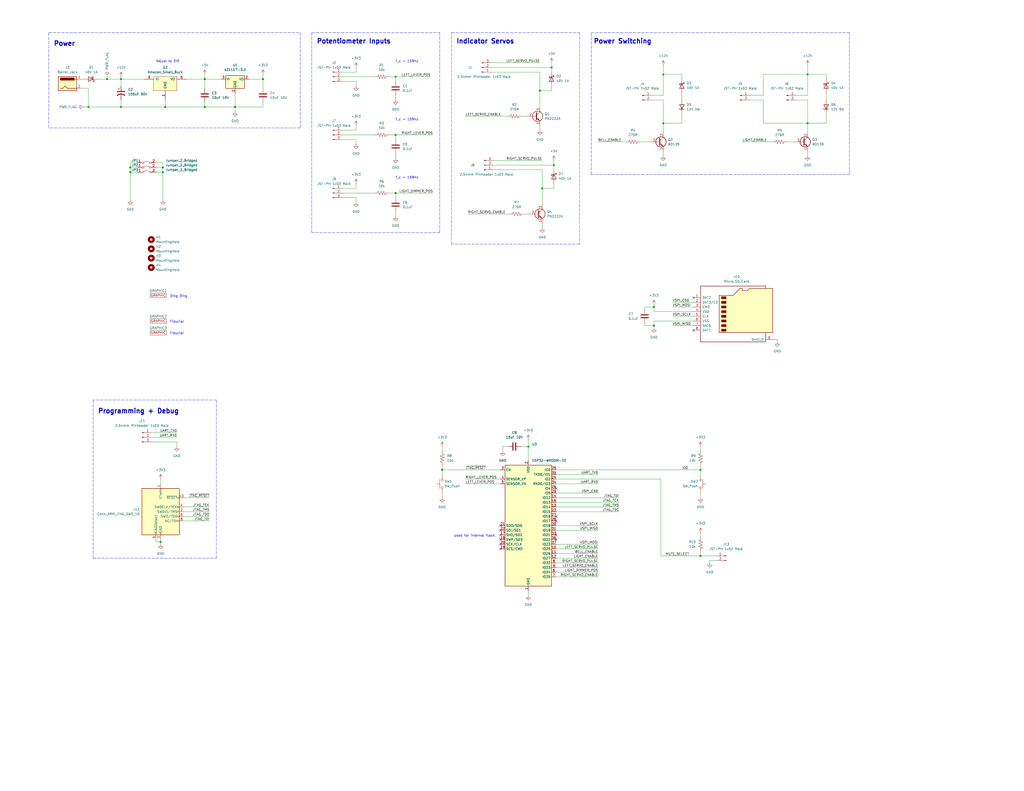
<source format=kicad_sch>
(kicad_sch (version 20211123) (generator eeschema)
  (paper "C")
  (title_block (title "Engine Order Telegraph Main Board") (date "2022-05-24") (rev "A") (company "Pants for Birds") (comment 1 "pantsforbirds.com"))
  (lib_symbols
    (symbol "Connector:Barrel_Jack" (pin_names (offset 1.016))
      (property "Reference" "J" (at 0 5.334 0))
      (property "Value" "Barrel_Jack" (at 0 -5.08 0))
      (symbol "Barrel_Jack_1_1"
        (pin passive line (at 7.62 2.54 180) (length 2.54) (name "~") (number "1"))
        (pin passive line (at 7.62 -2.54 180) (length 2.54) (name "~") (number "2"))
      )
    )
    (symbol "Connector:Conn_01x02_Male" (pin_names (offset 1.016) hide)
      (property "Reference" "J" (at 0 2.54 0))
      (property "Value" "Conn_01x02_Male" (at 0 -5.08 0))
      (symbol "Conn_01x02_Male_1_1"
        (pin passive line (at 5.08 0 180) (length 3.81) (name "Pin_1") (number "1"))
        (pin passive line (at 5.08 -2.54 180) (length 3.81) (name "Pin_2") (number "2"))
      )
    )
    (symbol "Connector:Conn_01x03_Male" (pin_names (offset 1.016) hide)
      (property "Reference" "J" (at 0 5.08 0))
      (property "Value" "Conn_01x03_Male" (at 0 -5.08 0))
      (symbol "Conn_01x03_Male_1_1"
        (pin passive line (at 5.08 2.54 180) (length 3.81) (name "Pin_1") (number "1"))
        (pin passive line (at 5.08 0 180) (length 3.81) (name "Pin_2") (number "2"))
        (pin passive line (at 5.08 -2.54 180) (length 3.81) (name "Pin_3") (number "3"))
      )
    )
    (symbol "Connector:Conn_ARM_JTAG_SWD_10" (pin_names (offset 1.016))
      (property "Reference" "J" (at -2.54 16.51 0))
      (property "Value" "Conn_ARM_JTAG_SWD_10" (at -2.54 13.97 0))
      (symbol "Conn_ARM_JTAG_SWD_10_1_1"
        (pin power_in line (at 0 15.24 270) (length 2.54) (name "VTref") (number "1"))
        (pin open_collector line (at 12.7 7.62 180) (length 2.54) (name "~{RESET}") (number "10"))
        (pin bidirectional line (at 12.7 0 180) (length 2.54) (name "SWDIO/TMS") (number "2"))
        (pin power_in line (at 0 -15.24 90) (length 2.54) (name "GND") (number "3"))
        (pin output line (at 12.7 2.54 180) (length 2.54) (name "SWDCLK/TCK") (number "4"))
        (pin passive line (at 0 -15.24 90) (length 2.54) hide (name "GND") (number "5"))
        (pin input line (at 12.7 -2.54 180) (length 2.54) (name "SWO/TDO") (number "6"))
        (pin no_connect line (at -10.16 0 0) (length 2.54) hide (name "KEY") (number "7"))
        (pin output line (at 12.7 -5.08 180) (length 2.54) (name "NC/TDI") (number "8"))
        (pin passive line (at -2.54 -15.24 90) (length 2.54) (name "GNDDetect") (number "9"))
      )
    )
    (symbol "Connector:Micro_SD_Card" (pin_names (offset 1.016))
      (property "Reference" "J" (at -16.51 15.24 0))
      (property "Value" "Micro_SD_Card" (at 16.51 15.24 0))
      (symbol "Micro_SD_Card_1_1"
        (pin bidirectional line (at -22.86 7.62 0) (length 3.81) (name "DAT2") (number "1"))
        (pin bidirectional line (at -22.86 5.08 0) (length 3.81) (name "DAT3/CD") (number "2"))
        (pin input line (at -22.86 2.54 0) (length 3.81) (name "CMD") (number "3"))
        (pin power_in line (at -22.86 0 0) (length 3.81) (name "VDD") (number "4"))
        (pin input line (at -22.86 -2.54 0) (length 3.81) (name "CLK") (number "5"))
        (pin power_in line (at -22.86 -5.08 0) (length 3.81) (name "VSS") (number "6"))
        (pin bidirectional line (at -22.86 -7.62 0) (length 3.81) (name "DAT0") (number "7"))
        (pin bidirectional line (at -22.86 -10.16 0) (length 3.81) (name "DAT1") (number "8"))
        (pin passive line (at 20.32 -15.24 180) (length 3.81) (name "SHIELD") (number "9"))
      )
    )
    (symbol "Custom_Module:Amazon_Small_Buck" (pin_names (offset 1.016))
      (property "Reference" "U2" (at 0 7.62 0))
      (property "Value" "Amazon_Small_Buck" (at 0 5.08 0))
      (symbol "Amazon_Small_Buck_1_1"
        (pin power_in line (at 0 -10.16 90) (length 5.08) (name "GND") (number "1"))
        (pin passive line (at 0 -10.16 90) (length 5.08) hide (name "GND") (number "2"))
        (pin power_in line (at -11.43 1.27 0) (length 5.08) (name "VI") (number "3"))
        (pin power_in line (at -11.43 1.27 0) (length 5.08) hide (name "VI") (number "4"))
        (pin power_out line (at 11.43 1.27 180) (length 5.08) (name "VO") (number "5"))
        (pin passive line (at 11.43 1.27 180) (length 5.08) hide (name "VO") (number "6"))
        (pin passive line (at 0 -10.16 90) (length 5.08) hide (name "GND") (number "7"))
        (pin passive line (at 0 -10.16 90) (length 5.08) hide (name "GND") (number "8"))
      )
    )
    (symbol "Custom_Placeholder:Graphic" (pin_numbers hide) (pin_names (offset 0) hide)
      (property "Reference" "GRAPHIC" (at 0 2.54 0))
      (symbol "Graphic_0_0"
        (text "GRAPHIC" (at 0 0 0) (effects (font (size 1.27 1.27))))
      )
    )
    (symbol "Device:C" (pin_numbers hide) (pin_names (offset 0.254))
      (property "Reference" "C" (at 0.635 2.54 0))
      (property "Value" "C" (at 0.635 -2.54 0))
      (symbol "C_1_1"
        (pin passive line (at 0 3.81 270) (length 2.794) (name "~") (number "1"))
        (pin passive line (at 0 -3.81 90) (length 2.794) (name "~") (number "2"))
      )
    )
    (symbol "Device:C_Polarized_US" (pin_numbers hide) (pin_names (offset 0.254) hide)
      (property "Reference" "C" (at 0.635 2.54 0))
      (property "Value" "C_Polarized_US" (at 0.635 -2.54 0))
      (symbol "C_Polarized_US_1_1"
        (pin passive line (at 0 3.81 270) (length 2.794) (name "~") (number "1"))
        (pin passive line (at 0 -3.81 90) (length 3.302) (name "~") (number "2"))
      )
    )
    (symbol "Device:D_Schottky" (pin_numbers hide) (pin_names (offset 1.016) hide)
      (property "Reference" "D" (at 0 2.54 0))
      (property "Value" "D_Schottky" (at 0 -2.54 0))
      (symbol "D_Schottky_1_1"
        (pin passive line (at -3.81 0 0) (length 2.54) (name "K") (number "1"))
        (pin passive line (at 3.81 0 180) (length 2.54) (name "A") (number "2"))
      )
    )
    (symbol "Device:D_Zener" (pin_numbers hide) (pin_names (offset 1.016) hide)
      (property "Reference" "D" (at 0 2.54 0))
      (property "Value" "D_Zener" (at 0 -2.54 0))
      (symbol "D_Zener_1_1"
        (pin passive line (at -3.81 0 0) (length 2.54) (name "K") (number "1"))
        (pin passive line (at 3.81 0 180) (length 2.54) (name "A") (number "2"))
      )
    )
    (symbol "Device:R_US" (pin_numbers hide) (pin_names (offset 0))
      (property "Reference" "R" (at 2.54 0 90))
      (property "Value" "R_US" (at -2.54 0 90))
      (symbol "R_US_1_1"
        (pin passive line (at 0 3.81 270) (length 1.27) (name "~") (number "1"))
        (pin passive line (at 0 -3.81 90) (length 1.27) (name "~") (number "2"))
      )
    )
    (symbol "Jumper:Jumper_2_Bridged" (pin_names (offset 0) hide)
      (property "Reference" "JP" (at 0 1.905 0))
      (property "Value" "Jumper_2_Bridged" (at 0 -2.54 0))
      (symbol "Jumper_2_Bridged_1_1"
        (pin passive line (at -5.08 0 0) (length 2.54) (name "A") (number "1"))
        (pin passive line (at 5.08 0 180) (length 2.54) (name "B") (number "2"))
      )
    )
    (symbol "Mechanical:MountingHole" (pin_names (offset 1.016))
      (property "Reference" "H" (at 0 5.08 0))
      (property "Value" "MountingHole" (at 0 3.175 0))
    )
    (symbol "RF_Module:ESP32-WROOM-32"
      (property "Reference" "U" (at -12.7 34.29 0))
      (property "Value" "ESP32-WROOM-32" (at 1.27 34.29 0))
      (symbol "ESP32-WROOM-32_1_1"
        (pin power_in line (at 0 -35.56 90) (length 2.54) (name "GND") (number "1"))
        (pin bidirectional line (at 15.24 -12.7 180) (length 2.54) (name "IO25") (number "10"))
        (pin bidirectional line (at 15.24 -15.24 180) (length 2.54) (name "IO26") (number "11"))
        (pin bidirectional line (at 15.24 -17.78 180) (length 2.54) (name "IO27") (number "12"))
        (pin bidirectional line (at 15.24 10.16 180) (length 2.54) (name "IO14") (number "13"))
        (pin bidirectional line (at 15.24 15.24 180) (length 2.54) (name "IO12") (number "14"))
        (pin passive line (at 0 -35.56 90) (length 2.54) hide (name "GND") (number "15"))
        (pin bidirectional line (at 15.24 12.7 180) (length 2.54) (name "IO13") (number "16"))
        (pin bidirectional line (at -15.24 -5.08 0) (length 2.54) (name "SHD/SD2") (number "17"))
        (pin bidirectional line (at -15.24 -7.62 0) (length 2.54) (name "SWP/SD3") (number "18"))
        (pin bidirectional line (at -15.24 -12.7 0) (length 2.54) (name "SCS/CMD") (number "19"))
        (pin power_in line (at 0 35.56 270) (length 2.54) (name "VDD") (number "2"))
        (pin bidirectional line (at -15.24 -10.16 0) (length 2.54) (name "SCK/CLK") (number "20"))
        (pin bidirectional line (at -15.24 0 0) (length 2.54) (name "SDO/SD0") (number "21"))
        (pin bidirectional line (at -15.24 -2.54 0) (length 2.54) (name "SDI/SD1") (number "22"))
        (pin bidirectional line (at 15.24 7.62 180) (length 2.54) (name "IO15") (number "23"))
        (pin bidirectional line (at 15.24 25.4 180) (length 2.54) (name "IO2") (number "24"))
        (pin bidirectional line (at 15.24 30.48 180) (length 2.54) (name "IO0") (number "25"))
        (pin bidirectional line (at 15.24 20.32 180) (length 2.54) (name "IO4") (number "26"))
        (pin bidirectional line (at 15.24 5.08 180) (length 2.54) (name "IO16") (number "27"))
        (pin bidirectional line (at 15.24 2.54 180) (length 2.54) (name "IO17") (number "28"))
        (pin bidirectional line (at 15.24 17.78 180) (length 2.54) (name "IO5") (number "29"))
        (pin input line (at -15.24 30.48 0) (length 2.54) (name "EN") (number "3"))
        (pin bidirectional line (at 15.24 0 180) (length 2.54) (name "IO18") (number "30"))
        (pin bidirectional line (at 15.24 -2.54 180) (length 2.54) (name "IO19") (number "31"))
        (pin no_connect line (at -12.7 -27.94 0) (length 2.54) hide (name "NC") (number "32"))
        (pin bidirectional line (at 15.24 -5.08 180) (length 2.54) (name "IO21") (number "33"))
        (pin bidirectional line (at 15.24 22.86 180) (length 2.54) (name "RXD0/IO3") (number "34"))
        (pin bidirectional line (at 15.24 27.94 180) (length 2.54) (name "TXD0/IO1") (number "35"))
        (pin bidirectional line (at 15.24 -7.62 180) (length 2.54) (name "IO22") (number "36"))
        (pin bidirectional line (at 15.24 -10.16 180) (length 2.54) (name "IO23") (number "37"))
        (pin passive line (at 0 -35.56 90) (length 2.54) hide (name "GND") (number "38"))
        (pin passive line (at 0 -35.56 90) (length 2.54) hide (name "GND") (number "39"))
        (pin input line (at -15.24 25.4 0) (length 2.54) (name "SENSOR_VP") (number "4"))
        (pin input line (at -15.24 22.86 0) (length 2.54) (name "SENSOR_VN") (number "5"))
        (pin input line (at 15.24 -25.4 180) (length 2.54) (name "IO34") (number "6"))
        (pin input line (at 15.24 -27.94 180) (length 2.54) (name "IO35") (number "7"))
        (pin bidirectional line (at 15.24 -20.32 180) (length 2.54) (name "IO32") (number "8"))
        (pin bidirectional line (at 15.24 -22.86 180) (length 2.54) (name "IO33") (number "9"))
      )
    )
    (symbol "Regulator_Linear:AZ1117-3.3" (pin_names (offset 0.254))
      (property "Reference" "U" (at -3.81 3.175 0))
      (property "Value" "AZ1117-3.3" (at 0 3.175 0))
      (symbol "AZ1117-3.3_1_1"
        (pin power_in line (at 0 -7.62 90) (length 2.54) (name "GND") (number "1"))
        (pin power_out line (at 7.62 0 180) (length 2.54) (name "VO") (number "2"))
        (pin power_in line (at -7.62 0 0) (length 2.54) (name "VI") (number "3"))
      )
    )
    (symbol "Switch:SW_Push" (pin_numbers hide) (pin_names (offset 1.016) hide)
      (property "Reference" "SW" (at 1.27 2.54 0))
      (property "Value" "SW_Push" (at 0 -1.524 0))
      (symbol "SW_Push_0_1"
        (pin passive line (at -5.08 0 0) (length 2.54) (name "1") (number "1"))
        (pin passive line (at 5.08 0 180) (length 2.54) (name "2") (number "2"))
      )
    )
    (symbol "Transistor_BJT:BD139" (pin_names (offset 0) hide)
      (property "Reference" "Q" (at 5.08 1.905 0))
      (property "Value" "BD139" (at 5.08 0 0))
      (symbol "BD139_1_1"
        (pin passive line (at 2.54 -5.08 90) (length 2.54) (name "E") (number "1"))
        (pin passive line (at 2.54 5.08 270) (length 2.54) (name "C") (number "2"))
        (pin input line (at -5.08 0 0) (length 5.08) (name "B") (number "3"))
      )
    )
    (symbol "Transistor_BJT:PN2222A" (pin_names (offset 0) hide)
      (property "Reference" "Q" (at 5.08 1.905 0))
      (property "Value" "PN2222A" (at 5.08 0 0))
      (symbol "PN2222A_1_1"
        (pin passive line (at 2.54 -5.08 90) (length 2.54) (name "E") (number "1"))
        (pin input line (at -5.08 0 0) (length 5.08) (name "B") (number "2"))
        (pin passive line (at 2.54 5.08 270) (length 2.54) (name "C") (number "3"))
      )
    )
    (symbol "power:+12V" (power) (pin_names (offset 0))
      (property "Value" "+12V" (at 0 3.556 0))
      (symbol "+12V_1_1"
        (pin power_in line (at 0 0 90) (length 0) hide (name "+12V") (number "1"))
      )
    )
    (symbol "power:+3V3" (power) (pin_names (offset 0))
      (property "Value" "+3V3" (at 0 3.556 0))
      (symbol "+3V3_1_1"
        (pin power_in line (at 0 0 90) (length 0) hide (name "+3V3") (number "1"))
      )
    )
    (symbol "power:+5V" (power) (pin_names (offset 0))
      (property "Value" "+5V" (at 0 3.556 0))
      (symbol "+5V_1_1"
        (pin power_in line (at 0 0 90) (length 0) hide (name "+5V") (number "1"))
      )
    )
    (symbol "power:GND" (power) (pin_names (offset 0))
      (property "Value" "GND" (at 0 -3.81 0))
      (symbol "GND_1_1"
        (pin power_in line (at 0 0 270) (length 0) hide (name "GND") (number "1"))
      )
    )
    (symbol "power:PWR_FLAG" (power) (pin_numbers hide) (pin_names (offset 0) hide)
      (property "Value" "PWR_FLAG" (at 0 3.81 0))
      (symbol "PWR_FLAG_0_0"
        (pin power_out line (at 0 0 90) (length 0) (name "pwr") (number "1"))
      )
    )
  )
  (junction (at 71.12 93.98))
  (junction (at 215.9 41.91))
  (junction (at 382.27 256.54))
  (junction (at 300.99 36.83))
  (junction (at 88.9 93.98))
  (junction (at 128.27 58.42))
  (junction (at 71.12 91.44))
  (junction (at 361.95 67.31))
  (junction (at 361.95 40.64))
  (junction (at 295.91 102.87))
  (junction (at 87.63 295.91))
  (junction (at 356.87 167.64))
  (junction (at 90.17 58.42))
  (junction (at 215.9 73.66))
  (junction (at 356.87 177.8))
  (junction (at 302.26 90.17))
  (junction (at 143.51 43.18))
  (junction (at 215.9 105.41))
  (junction (at 88.9 91.44))
  (junction (at 48.26 58.42))
  (junction (at 294.64 49.53))
  (junction (at 440.69 67.31))
  (junction (at 66.04 43.18))
  (junction (at 58.42 43.18))
  (junction (at 111.76 58.42))
  (junction (at 382.27 303.53))
  (junction (at 111.76 43.18))
  (junction (at 440.69 40.64))
  (junction (at 66.04 58.42))
  (junction (at 241.3 256.54))
  (junction (at 288.29 243.84))
  (no_connect (at 303.53 281.94))
  (no_connect (at 273.05 287.02))
  (no_connect (at 303.53 292.1))
  (no_connect (at 273.05 294.64))
  (no_connect (at 273.05 289.56))
  (no_connect (at 273.05 292.1))
  (no_connect (at 273.05 299.72))
  (no_connect (at 303.53 266.7))
  (no_connect (at 273.05 297.18))
  (no_connect (at 303.53 284.48))
  (no_connect (at 303.53 294.64))
  (no_connect (at 378.46 162.56))
  (no_connect (at 378.46 180.34))
  (wire (pts (xy 44.45 43.18) (xy 45.72 43.18)))
  (wire (pts (xy 450.85 40.64) (xy 450.85 43.18)))
  (wire (pts (xy 360.68 303.53) (xy 382.27 303.53)))
  (wire (pts (xy 96.52 241.3) (xy 82.55 241.3)))
  (wire (pts (xy 303.53 302.26) (xy 326.39 302.26)))
  (wire (pts (xy 212.09 73.66) (xy 215.9 73.66)))
  (wire (pts (xy 303.53 307.34) (xy 326.39 307.34)))
  (wire (pts (xy 440.69 67.31) (xy 440.69 72.39)))
  (wire (pts (xy 303.53 289.56) (xy 326.39 289.56)))
  (wire (pts (xy 356.87 170.18) (xy 378.46 170.18)))
  (polyline (pts (xy 50.8 218.44) (xy 50.8 304.8)))
  (wire (pts (xy 303.53 297.18) (xy 326.39 297.18)))
  (wire (pts (xy 303.53 309.88) (xy 326.39 309.88)))
  (wire (pts (xy 120.65 43.18) (xy 111.76 43.18)))
  (wire (pts (xy 361.95 40.64) (xy 361.95 52.07)))
  (wire (pts (xy 387.35 306.07) (xy 391.16 306.07)))
  (wire (pts (xy 367.03 165.1) (xy 378.46 165.1)))
  (wire (pts (xy 194.31 110.49) (xy 194.31 107.95)))
  (wire (pts (xy 303.53 299.72) (xy 326.39 299.72)))
  (wire (pts (xy 66.04 43.18) (xy 78.74 43.18)))
  (wire (pts (xy 288.29 240.03) (xy 288.29 243.84)))
  (wire (pts (xy 215.9 115.57) (xy 215.9 118.11)))
  (wire (pts (xy 111.76 40.64) (xy 111.76 43.18)))
  (wire (pts (xy 440.69 35.56) (xy 440.69 40.64)))
  (wire (pts (xy 351.79 177.8) (xy 356.87 177.8)))
  (wire (pts (xy 71.12 93.98) (xy 74.93 93.98)))
  (wire (pts (xy 274.32 243.84) (xy 276.86 243.84)))
  (wire (pts (xy 82.55 236.22) (xy 96.52 236.22)))
  (wire (pts (xy 303.53 312.42) (xy 326.39 312.42)))
  (wire (pts (xy 215.9 105.41) (xy 215.9 107.95)))
  (wire (pts (xy 300.99 39.37) (xy 300.99 36.83)))
  (polyline (pts (xy 240.03 17.78) (xy 240.03 127)))
  (wire (pts (xy 111.76 58.42) (xy 128.27 58.42)))
  (wire (pts (xy 382.27 243.84) (xy 382.27 246.38)))
  (wire (pts (xy 382.27 290.83) (xy 382.27 293.37)))
  (wire (pts (xy 186.69 73.66) (xy 204.47 73.66)))
  (wire (pts (xy 100.33 276.86) (xy 114.3 276.86)))
  (wire (pts (xy 450.85 67.31) (xy 440.69 67.31)))
  (wire (pts (xy 361.95 35.56) (xy 361.95 40.64)))
  (wire (pts (xy 356.87 167.64) (xy 356.87 170.18)))
  (wire (pts (xy 194.31 76.2) (xy 186.69 76.2)))
  (wire (pts (xy 194.31 71.12) (xy 186.69 71.12)))
  (wire (pts (xy 284.48 63.5) (xy 287.02 63.5)))
  (wire (pts (xy 143.51 58.42) (xy 128.27 58.42)))
  (wire (pts (xy 143.51 43.18) (xy 143.51 48.26)))
  (wire (pts (xy 66.04 58.42) (xy 90.17 58.42)))
  (wire (pts (xy 143.51 40.64) (xy 143.51 43.18)))
  (wire (pts (xy 212.09 105.41) (xy 215.9 105.41)))
  (wire (pts (xy 302.26 100.33) (xy 302.26 102.87)))
  (wire (pts (xy 351.79 168.91) (xy 351.79 167.64)))
  (polyline (pts (xy 246.38 17.78) (xy 316.23 17.78)))
  (wire (pts (xy 372.11 62.23) (xy 372.11 67.31)))
  (wire (pts (xy 349.25 77.47) (xy 354.33 77.47)))
  (polyline (pts (xy 322.58 17.78) (xy 463.55 17.78)))
  (wire (pts (xy 382.27 303.53) (xy 391.16 303.53)))
  (wire (pts (xy 361.95 52.07) (xy 355.6 52.07)))
  (wire (pts (xy 372.11 50.8) (xy 372.11 54.61)))
  (polyline (pts (xy 322.58 95.25) (xy 322.58 17.78)))
  (polyline (pts (xy 316.23 133.35) (xy 246.38 133.35)))
  (wire (pts (xy 85.09 93.98) (xy 88.9 93.98)))
  (wire (pts (xy 48.26 48.26) (xy 48.26 58.42)))
  (wire (pts (xy 360.68 261.62) (xy 360.68 303.53)))
  (wire (pts (xy 194.31 102.87) (xy 186.69 102.87)))
  (wire (pts (xy 274.32 246.38) (xy 274.32 243.84)))
  (wire (pts (xy 88.9 88.9) (xy 85.09 88.9)))
  (wire (pts (xy 241.3 256.54) (xy 273.05 256.54)))
  (wire (pts (xy 87.63 294.64) (xy 87.63 295.91)))
  (wire (pts (xy 285.75 116.84) (xy 288.29 116.84)))
  (wire (pts (xy 295.91 92.71) (xy 295.91 102.87)))
  (polyline (pts (xy 118.11 218.44) (xy 50.8 218.44)))
  (wire (pts (xy 382.27 303.53) (xy 382.27 300.99)))
  (wire (pts (xy 288.29 243.84) (xy 288.29 251.46)))
  (polyline (pts (xy 246.38 133.35) (xy 246.38 17.78)))
  (wire (pts (xy 303.53 256.54) (xy 382.27 256.54)))
  (wire (pts (xy 87.63 295.91) (xy 87.63 297.18)))
  (wire (pts (xy 356.87 177.8) (xy 356.87 175.26)))
  (wire (pts (xy 300.99 34.29) (xy 300.99 36.83)))
  (wire (pts (xy 284.48 243.84) (xy 288.29 243.84)))
  (wire (pts (xy 186.69 41.91) (xy 204.47 41.91)))
  (wire (pts (xy 135.89 43.18) (xy 143.51 43.18)))
  (wire (pts (xy 254 63.5) (xy 276.86 63.5)))
  (wire (pts (xy 405.13 77.47) (xy 421.64 77.47)))
  (wire (pts (xy 288.29 322.58) (xy 288.29 325.12)))
  (wire (pts (xy 351.79 176.53) (xy 351.79 177.8)))
  (wire (pts (xy 303.53 264.16) (xy 326.39 264.16)))
  (wire (pts (xy 382.27 254) (xy 382.27 256.54)))
  (wire (pts (xy 85.09 295.91) (xy 87.63 295.91)))
  (wire (pts (xy 82.55 238.76) (xy 96.52 238.76)))
  (polyline (pts (xy 163.83 69.85) (xy 26.67 69.85)))
  (wire (pts (xy 269.24 92.71) (xy 295.91 92.71)))
  (wire (pts (xy 440.69 54.61) (xy 440.69 67.31)))
  (wire (pts (xy 294.64 68.58) (xy 294.64 71.12)))
  (wire (pts (xy 408.94 54.61) (xy 416.56 54.61)))
  (wire (pts (xy 303.53 276.86) (xy 337.82 276.86)))
  (wire (pts (xy 45.72 58.42) (xy 48.26 58.42)))
  (wire (pts (xy 215.9 73.66) (xy 236.22 73.66)))
  (wire (pts (xy 66.04 43.18) (xy 66.04 46.99)))
  (wire (pts (xy 194.31 39.37) (xy 186.69 39.37)))
  (wire (pts (xy 215.9 41.91) (xy 234.95 41.91)))
  (polyline (pts (xy 26.67 69.85) (xy 26.67 17.78)))
  (wire (pts (xy 194.31 107.95) (xy 186.69 107.95)))
  (wire (pts (xy 367.03 172.72) (xy 378.46 172.72)))
  (wire (pts (xy 382.27 269.24) (xy 382.27 271.78)))
  (polyline (pts (xy 463.55 95.25) (xy 322.58 95.25)))
  (wire (pts (xy 294.64 49.53) (xy 294.64 58.42)))
  (wire (pts (xy 450.85 50.8) (xy 450.85 54.61)))
  (wire (pts (xy 372.11 40.64) (xy 372.11 43.18)))
  (wire (pts (xy 361.95 40.64) (xy 372.11 40.64)))
  (wire (pts (xy 367.03 167.64) (xy 378.46 167.64)))
  (wire (pts (xy 241.3 243.84) (xy 241.3 246.38)))
  (wire (pts (xy 58.42 41.91) (xy 58.42 43.18)))
  (wire (pts (xy 241.3 256.54) (xy 241.3 254)))
  (polyline (pts (xy 463.55 17.78) (xy 463.55 95.25)))
  (wire (pts (xy 356.87 175.26) (xy 378.46 175.26)))
  (wire (pts (xy 241.3 269.24) (xy 241.3 271.78)))
  (polyline (pts (xy 316.23 17.78) (xy 316.23 133.35)))
  (wire (pts (xy 88.9 91.44) (xy 88.9 93.98)))
  (polyline (pts (xy 26.67 17.78) (xy 163.83 17.78)))
  (wire (pts (xy 303.53 304.8) (xy 326.39 304.8)))
  (wire (pts (xy 440.69 82.55) (xy 440.69 85.09)))
  (wire (pts (xy 326.39 77.47) (xy 341.63 77.47)))
  (wire (pts (xy 356.87 179.07) (xy 356.87 177.8)))
  (wire (pts (xy 71.12 109.22) (xy 71.12 93.98)))
  (wire (pts (xy 111.76 55.88) (xy 111.76 58.42)))
  (wire (pts (xy 66.04 41.91) (xy 66.04 43.18)))
  (wire (pts (xy 303.53 261.62) (xy 360.68 261.62)))
  (wire (pts (xy 303.53 271.78) (xy 337.82 271.78)))
  (wire (pts (xy 361.95 54.61) (xy 361.95 67.31)))
  (wire (pts (xy 71.12 88.9) (xy 74.93 88.9)))
  (wire (pts (xy 66.04 54.61) (xy 66.04 58.42)))
  (wire (pts (xy 269.24 87.63) (xy 295.91 87.63)))
  (wire (pts (xy 186.69 105.41) (xy 204.47 105.41)))
  (wire (pts (xy 303.53 287.02) (xy 326.39 287.02)))
  (wire (pts (xy 100.33 281.94) (xy 114.3 281.94)))
  (wire (pts (xy 194.31 46.99) (xy 194.31 44.45)))
  (wire (pts (xy 194.31 44.45) (xy 186.69 44.45)))
  (wire (pts (xy 361.95 67.31) (xy 361.95 72.39)))
  (wire (pts (xy 416.56 40.64) (xy 416.56 52.07)))
  (wire (pts (xy 71.12 93.98) (xy 71.12 91.44)))
  (wire (pts (xy 215.9 83.82) (xy 215.9 86.36)))
  (wire (pts (xy 90.17 54.61) (xy 90.17 58.42)))
  (wire (pts (xy 48.26 58.42) (xy 66.04 58.42)))
  (wire (pts (xy 303.53 259.08) (xy 326.39 259.08)))
  (polyline (pts (xy 50.8 304.8) (xy 118.11 304.8)))
  (wire (pts (xy 241.3 256.54) (xy 241.3 259.08)))
  (wire (pts (xy 302.26 92.71) (xy 302.26 90.17)))
  (wire (pts (xy 194.31 68.58) (xy 194.31 71.12)))
  (wire (pts (xy 88.9 88.9) (xy 88.9 91.44)))
  (wire (pts (xy 44.45 48.26) (xy 48.26 48.26)))
  (wire (pts (xy 424.18 186.69) (xy 424.18 185.42)))
  (wire (pts (xy 424.18 185.42) (xy 421.64 185.42)))
  (wire (pts (xy 440.69 40.64) (xy 440.69 52.07)))
  (wire (pts (xy 361.95 82.55) (xy 361.95 85.09)))
  (wire (pts (xy 215.9 41.91) (xy 215.9 44.45)))
  (wire (pts (xy 96.52 243.84) (xy 96.52 241.3)))
  (wire (pts (xy 302.26 87.63) (xy 302.26 90.17)))
  (wire (pts (xy 303.53 269.24) (xy 326.39 269.24)))
  (wire (pts (xy 294.64 49.53) (xy 300.99 49.53)))
  (wire (pts (xy 85.09 91.44) (xy 88.9 91.44)))
  (wire (pts (xy 254 261.62) (xy 273.05 261.62)))
  (wire (pts (xy 440.69 52.07) (xy 434.34 52.07)))
  (wire (pts (xy 215.9 52.07) (xy 215.9 54.61)))
  (polyline (pts (xy 240.03 127) (xy 170.18 127)))
  (wire (pts (xy 212.09 41.91) (xy 215.9 41.91)))
  (wire (pts (xy 111.76 43.18) (xy 111.76 48.26)))
  (wire (pts (xy 267.97 39.37) (xy 294.64 39.37)))
  (wire (pts (xy 215.9 73.66) (xy 215.9 76.2)))
  (wire (pts (xy 450.85 62.23) (xy 450.85 67.31)))
  (wire (pts (xy 429.26 77.47) (xy 433.07 77.47)))
  (wire (pts (xy 100.33 271.78) (xy 114.3 271.78)))
  (wire (pts (xy 269.24 90.17) (xy 302.26 90.17)))
  (wire (pts (xy 356.87 166.37) (xy 356.87 167.64)))
  (wire (pts (xy 434.34 54.61) (xy 440.69 54.61)))
  (wire (pts (xy 303.53 279.4) (xy 337.82 279.4)))
  (wire (pts (xy 128.27 58.42) (xy 128.27 60.96)))
  (wire (pts (xy 58.42 43.18) (xy 66.04 43.18)))
  (wire (pts (xy 71.12 91.44) (xy 74.93 91.44)))
  (wire (pts (xy 295.91 102.87) (xy 302.26 102.87)))
  (wire (pts (xy 255.27 116.84) (xy 278.13 116.84)))
  (wire (pts (xy 295.91 121.92) (xy 295.91 124.46)))
  (wire (pts (xy 267.97 36.83) (xy 300.99 36.83)))
  (wire (pts (xy 372.11 67.31) (xy 361.95 67.31)))
  (wire (pts (xy 367.03 177.8) (xy 378.46 177.8)))
  (wire (pts (xy 416.56 54.61) (xy 416.56 67.31)))
  (polyline (pts (xy 170.18 127) (xy 170.18 17.78)))
  (wire (pts (xy 128.27 58.42) (xy 128.27 50.8)))
  (wire (pts (xy 215.9 105.41) (xy 236.22 105.41)))
  (wire (pts (xy 88.9 93.98) (xy 88.9 109.22)))
  (polyline (pts (xy 170.18 17.78) (xy 240.03 17.78)))
  (wire (pts (xy 416.56 67.31) (xy 440.69 67.31)))
  (wire (pts (xy 100.33 284.48) (xy 114.3 284.48)))
  (polyline (pts (xy 163.83 17.78) (xy 163.83 69.85)))
  (wire (pts (xy 143.51 55.88) (xy 143.51 58.42)))
  (wire (pts (xy 303.53 274.32) (xy 337.82 274.32)))
  (wire (pts (xy 416.56 52.07) (xy 408.94 52.07)))
  (wire (pts (xy 87.63 261.62) (xy 87.63 264.16)))
  (wire (pts (xy 267.97 34.29) (xy 294.64 34.29)))
  (wire (pts (xy 90.17 58.42) (xy 111.76 58.42)))
  (wire (pts (xy 355.6 54.61) (xy 361.95 54.61)))
  (wire (pts (xy 294.64 39.37) (xy 294.64 49.53)))
  (wire (pts (xy 71.12 91.44) (xy 71.12 88.9)))
  (wire (pts (xy 300.99 46.99) (xy 300.99 49.53)))
  (wire (pts (xy 101.6 43.18) (xy 111.76 43.18)))
  (wire (pts (xy 303.53 314.96) (xy 326.39 314.96)))
  (wire (pts (xy 194.31 100.33) (xy 194.31 102.87)))
  (polyline (pts (xy 118.11 304.8) (xy 118.11 218.44)))
  (wire (pts (xy 440.69 40.64) (xy 416.56 40.64)))
  (wire (pts (xy 387.35 307.34) (xy 387.35 306.07)))
  (wire (pts (xy 194.31 36.83) (xy 194.31 39.37)))
  (wire (pts (xy 382.27 256.54) (xy 382.27 259.08)))
  (wire (pts (xy 254 264.16) (xy 273.05 264.16)))
  (wire (pts (xy 351.79 167.64) (xy 356.87 167.64)))
  (wire (pts (xy 100.33 279.4) (xy 114.3 279.4)))
  (wire (pts (xy 194.31 78.74) (xy 194.31 76.2)))
  (wire (pts (xy 295.91 102.87) (xy 295.91 111.76)))
  (wire (pts (xy 85.09 294.64) (xy 85.09 295.91)))
  (wire (pts (xy 53.34 43.18) (xy 58.42 43.18)))
  (wire (pts (xy 440.69 40.64) (xy 450.85 40.64)))
  (text "Used for internal flash." (at 247.65 293.37 0) (effects (font (size 1.27 1.27)) (justify left bottom)))
  (text "f_c = 159Hz" (at 215.9 34.29 0) (effects (font (size 1.27 1.27)) (justify left bottom)))
  (text "Fiducial" (at 92.6961 176.4998 0) (effects (font (size 1.27 1.27)) (justify left bottom)))
  (text "Power Switching" (at 323.85 24.13 0) (effects (font (size 2.54 2.54) bold) (justify left bottom)))
  (text "Fiducial" (at 92.6961 182.8498 0) (effects (font (size 1.27 1.27)) (justify left bottom)))
  (text "Ding Ding" (at 92.71 162.56 0) (effects (font (size 1.27 1.27)) (justify left bottom)))
  (text "Programming + Debug" (at 53.34 226.06 0) (effects (font (size 2.54 2.54) (thickness 0.508) bold) (justify left bottom)))
  (text "Adjust to 5V!" (at 85.09 34.29 0) (effects (font (size 1.27 1.27)) (justify left bottom)))
  (text "Indicator Servos" (at 248.92 24.13 0) (effects (font (size 2.54 2.54) bold) (justify left bottom)))
  (text "f_c = 159Hz" (at 215.9 66.04 0) (effects (font (size 1.27 1.27)) (justify left bottom)))
  (text "Potentiometer Inputs" (at 172.72 24.13 0) (effects (font (size 2.54 2.54) bold) (justify left bottom)))
  (text "Power" (at 29.21 25.4 0) (effects (font (size 2.54 2.54) (thickness 0.508) bold) (justify left bottom)))
  (text "f_c = 159Hz" (at 215.9 97.79 0) (effects (font (size 1.27 1.27)) (justify left bottom)))
  (label "LEFT_LEVER_POS" (at 234.95 41.91 180))
  (label "VSPI_MISO" (at 367.03 177.8 0))
  (label "LEFT_SERVO_PULSE" (at 326.39 299.72 180))
  (label "RIGHT_SERVO_PULSE" (at 326.39 307.34 180))
  (label "LIGHT_DIMMER_POS" (at 236.22 105.41 180))
  (label "RIGHT_LEVER_POS" (at 236.22 73.66 180))
  (label "~{JTAG_RESET}" (at 254 256.54 0))
  (label "JTAG_TDI" (at 337.82 271.78 180))
  (label "VSPI_SCLK" (at 326.39 287.02 180))
  (label "BELL_ENABLE" (at 326.39 302.26 180))
  (label "VSPI_MOSI" (at 367.03 167.64 0))
  (label "RIGHT_SERVO_ENABLE" (at 326.39 314.96 180))
  (label "JTAG_TMS" (at 114.3 279.4 180))
  (label "LEFT_SERVO_ENABLE" (at 254 63.5 0))
  (label "RIGHT_SERVO_ENABLE" (at 255.27 116.84 0))
  (label "MUTE_SELECT" (at 363.22 303.53 0))
  (label "VSPI_SCLK" (at 367.03 172.72 0))
  (label "UART_RX0" (at 96.52 238.76 180))
  (label "~{JTAG_RESET}" (at 114.3 271.78 180))
  (label "LIGHT_ENABLE" (at 405.13 77.47 0))
  (label "UART_TX0" (at 96.52 236.22 180))
  (label "JTAG_TDI" (at 114.3 284.48 180))
  (label "JTAG_TCK" (at 337.82 274.32 180))
  (label "JTAG_TMS" (at 337.82 276.86 180))
  (label "IO0" (at 372.11 256.54 0))
  (label "RIGHT_SERVO_PULSE" (at 295.91 87.63 180))
  (label "LIGHT_DIMMER_POS" (at 326.39 312.42 180))
  (label "LEFT_LEVER_POS" (at 254 264.16 0))
  (label "VSPI_MOSI" (at 326.39 297.18 180))
  (label "LIGHT_ENABLE" (at 326.39 304.8 180))
  (label "UART_TX0" (at 326.39 259.08 180))
  (label "RIGHT_LEVER_POS" (at 254 261.62 0))
  (label "JTAG_TDO" (at 114.3 281.94 180))
  (label "VSPI_CS0" (at 326.39 269.24 180))
  (label "BELL_ENABLE" (at 326.39 77.47 0))
  (label "VSPI_CS0" (at 367.03 165.1 0))
  (label "UART_RX0" (at 326.39 264.16 180))
  (label "LEFT_SERVO_ENABLE" (at 326.39 309.88 180))
  (label "VSPI_MISO" (at 326.39 289.56 180))
  (label "JTAG_TDO" (at 337.82 279.4 180))
  (label "JTAG_TCK" (at 114.3 276.86 180))
  (label "LEFT_SERVO_PULSE" (at 294.64 34.29 180))
  (symbol (lib_id "power:+3V3") (at 241.3 243.84 0) (unit 1)
    (property "Reference" "#PWR0121" (effects hide))
    (property "Value" "+3V3" (at 241.3 238.76 0))
  )
  (symbol (lib_id "power:GND") (at 128.27 60.96 0) (unit 1)
    (property "Reference" "#PWR0118" (effects hide))
    (property "Value" "GND" (at 128.27 66.04 0))
  )
  (symbol (lib_id "Device:C") (at 215.9 111.76 0) (unit 1)
    (property "Reference" "C6" (at 219.71 110.4899 0) (effects (justify left)))
    (property "Value" "0.1uF" (at 219.71 113.0299 0) (effects (justify left)))
    (property "Footprint" "Capacitor_SMD:C_0805_2012Metric" (effects hide))
  )
  (symbol (lib_id "Device:D_Schottky") (at 450.85 46.99 270) (unit 1)
    (property "Reference" "D4" (at 453.39 45.4024 90) (effects (justify left)))
    (property "Value" "40V 1A" (at 453.39 47.9424 90) (effects (justify left)))
    (property "Footprint" "Diode_THT:D_DO-41_SOD81_P7.62mm_Horizontal" (effects hide))
    (property "MPN" "1N5819" (effects hide))
  )
  (symbol (lib_id "Mechanical:MountingHole") (at 82.55 146.05 0) (unit 1)
    (property "Reference" "H4" (at 85.09 144.7799 0) (effects (justify left)))
    (property "Value" "MountingHole" (at 85.09 147.3199 0) (effects (justify left)))
    (property "Footprint" "MountingHole:MountingHole_3.2mm_M3" (effects hide))
  )
  (symbol (lib_id "power:+12V") (at 361.95 35.56 0) (unit 1)
    (property "Reference" "#PWR0106" (effects hide))
    (property "Value" "+12V" (at 361.95 30.48 0))
  )
  (symbol (lib_id "power:GND") (at 387.35 307.34 0) (unit 1)
    (property "Reference" "#PWR0112" (effects hide))
    (property "Value" "GND" (at 387.35 312.42 0))
  )
  (symbol (lib_id "Device:D_Schottky") (at 300.99 43.18 270) (unit 1)
    (property "Reference" "D2" (at 303.53 41.5924 90) (effects (justify left)))
    (property "Value" "40V 1A" (at 303.53 44.1324 90) (effects (justify left)))
    (property "Footprint" "Diode_THT:D_DO-41_SOD81_P7.62mm_Horizontal" (effects hide))
    (property "MPN" "1N5819" (effects hide))
  )
  (symbol (lib_id "Connector:Micro_SD_Card") (at 401.32 170.18 0) (unit 1)
    (property "Reference" "J10" (at 401.955 151.13 0))
    (property "Value" "Micro_SD_Card" (at 401.955 153.67 0))
    (property "Footprint" "Custom_Connector_Card:SD_GCT-MEM2055-00-190-01-A" (effects hide))
    (property "Datasheet" "http://katalog.we-online.de/em/datasheet/693072010801.pdf" (effects hide))
  )
  (symbol (lib_id "power:GND") (at 382.27 271.78 0) (mirror y) (unit 1)
    (property "Reference" "#PWR0115" (effects hide))
    (property "Value" "GND" (at 382.27 276.86 0))
  )
  (symbol (lib_id "power:+3V3") (at 382.27 243.84 0) (mirror y) (unit 1)
    (property "Reference" "#PWR0113" (effects hide))
    (property "Value" "+3V3" (at 382.27 238.76 0))
  )
  (symbol (lib_id "power:GND") (at 88.9 109.22 0) (unit 1)
    (property "Reference" "#PWR0138" (effects hide))
    (property "Value" "GND" (at 88.9 114.3 0))
  )
  (symbol (lib_id "Switch:SW_Push") (at 241.3 264.16 90) (unit 1)
    (property "Reference" "SW1" (at 242.57 262.8899 90) (effects (justify right)))
    (property "Value" "SW_Push" (at 242.57 265.4299 90) (effects (justify right)))
    (property "Footprint" "Button_Switch_SMD:SW_SPST_TL3342" (effects hide))
  )
  (symbol (lib_id "Device:C") (at 215.9 80.01 0) (unit 1)
    (property "Reference" "C5" (at 219.71 78.7399 0) (effects (justify left)))
    (property "Value" "0.1uF" (at 219.71 81.2799 0) (effects (justify left)))
    (property "Footprint" "Capacitor_SMD:C_0805_2012Metric" (effects hide))
  )
  (symbol (lib_id "Mechanical:MountingHole") (at 82.55 130.81 0) (unit 1)
    (property "Reference" "H1" (at 85.09 129.5399 0) (effects (justify left)))
    (property "Value" "MountingHole" (at 85.09 132.0799 0) (effects (justify left)))
    (property "Footprint" "MountingHole:MountingHole_3.2mm_M3" (effects hide))
  )
  (symbol (lib_id "power:GND") (at 295.91 124.46 0) (unit 1)
    (property "Reference" "#PWR0104" (effects hide))
    (property "Value" "GND" (at 295.91 129.54 0))
  )
  (symbol (lib_id "Device:R_US") (at 345.44 77.47 90) (unit 1)
    (property "Reference" "R4" (at 345.44 71.12 90))
    (property "Value" "270R" (at 345.44 73.66 90))
    (property "Footprint" "Resistor_SMD:R_0805_2012Metric" (effects hide))
  )
  (symbol (lib_id "Custom_Module:Amazon_Small_Buck") (at 90.17 44.45 0) (unit 1)
    (property "Reference" "U2" (at 90.17 36.83 0))
    (property "Value" "Amazon_Small_Buck" (at 90.17 39.37 0))
    (property "Footprint" "Custom_Module:Amazon_Small_Buck" (effects hide))
    (property "Datasheet" "https://www.amazon.com/gp/product/B014Y3OT6Y" (effects hide))
  )
  (symbol (lib_id "power:GND") (at 356.87 179.07 0) (unit 1)
    (property "Reference" "#PWR0110" (effects hide))
    (property "Value" "GND" (at 356.87 184.15 0))
  )
  (symbol (lib_id "Connector:Conn_01x03_Male") (at 77.47 238.76 0) (unit 1)
    (property "Reference" "J11" (at 77.47 229.87 0))
    (property "Value" "2.54mm PinHeader 1x03 Male" (at 77.47 232.41 0))
    (property "Footprint" "Connector_PinHeader_2.54mm:PinHeader_1x03_P2.54mm_Vertical" (effects hide))
  )
  (symbol (lib_id "Device:C") (at 143.51 52.07 0) (unit 1)
    (property "Reference" "C4" (at 147.32 50.7999 0) (effects (justify left)))
    (property "Value" "10uF 10V" (at 147.32 53.3399 0) (effects (justify left)))
    (property "Footprint" "Capacitor_SMD:C_0805_2012Metric" (effects hide))
  )
  (symbol (lib_id "Device:R_US") (at 281.94 116.84 90) (unit 1)
    (property "Reference" "R7" (at 281.94 110.49 90))
    (property "Value" "270R" (at 281.94 113.03 90))
    (property "Footprint" "Resistor_SMD:R_0805_2012Metric" (effects hide))
  )
  (symbol (lib_id "power:+3V3") (at 356.87 166.37 0) (unit 1)
    (property "Reference" "#PWR0109" (effects hide))
    (property "Value" "+3V3" (at 356.87 161.29 0))
  )
  (symbol (lib_id "power:GND") (at 96.52 243.84 0) (unit 1)
    (property "Reference" "#PWR0128" (effects hide))
    (property "Value" "GND" (at 96.52 248.92 0))
  )
  (symbol (lib_id "Connector:Conn_01x02_Male") (at 429.26 52.07 0) (unit 1)
    (property "Reference" "J6" (at 429.26 45.72 0))
    (property "Value" "JST-PH 1x02 Male" (at 429.26 48.26 0))
    (property "Footprint" "Connector_JST:JST_PH_B2B-PH-K_1x02_P2.00mm_Vertical" (effects hide))
    (property "Datasheet" "https://datasheet.lcsc.com/lcsc/1811151411_BOOMELE-Boom-Precision-Elec-PH-2A_C2319.pdf" (effects hide))
    (property "MPN" "PH-2A" (effects hide))
    (property "Standard Cost" "0.01" (effects hide))
  )
  (symbol (lib_id "Connector:Conn_01x03_Male") (at 181.61 41.91 0) (unit 1)
    (property "Reference" "J2" (at 182.245 34.29 0))
    (property "Value" "JST-PH 1x03 Male" (at 182.245 36.83 0))
    (property "Footprint" "Connector_JST:JST_PH_B3B-PH-K_1x03_P2.00mm_Vertical" (effects hide))
    (property "Datasheet" "https://datasheet.lcsc.com/lcsc/1811151411_BOOMELE-Boom-Precision-Elec-PH-3A_C2320.pdf" (effects hide))
    (property "MPN" "PH-3A" (effects hide))
    (property "Standard Cost" "0.01" (effects hide))
  )
  (symbol (lib_id "power:GND") (at 194.31 46.99 0) (unit 1)
    (property "Reference" "#PWR0133" (effects hide))
    (property "Value" "GND" (at 194.31 52.07 0))
  )
  (symbol (lib_id "power:+12V") (at 440.69 35.56 0) (unit 1)
    (property "Reference" "#PWR0116" (effects hide))
    (property "Value" "+12V" (at 440.69 30.48 0))
  )
  (symbol (lib_id "power:GND") (at 87.63 297.18 0) (unit 1)
    (property "Reference" "#PWR0126" (effects hide))
    (property "Value" "GND" (at 87.63 302.26 0))
  )
  (symbol (lib_id "Device:R_US") (at 208.28 41.91 90) (unit 1)
    (property "Reference" "R1" (at 208.28 35.56 90))
    (property "Value" "10k" (at 208.28 38.1 90))
    (property "Footprint" "Resistor_SMD:R_0805_2012Metric" (effects hide))
  )
  (symbol (lib_id "power:GND") (at 241.3 271.78 0) (unit 1)
    (property "Reference" "#PWR0125" (effects hide))
    (property "Value" "GND" (at 241.3 276.86 0))
  )
  (symbol (lib_id "power:PWR_FLAG") (at 45.72 58.42 90) (unit 1)
    (property "Reference" "#FLG0102" (effects hide))
    (property "Value" "PWR_FLAG" (at 41.91 58.4199 90) (effects (justify left)))
  )
  (symbol (lib_id "power:+3V3") (at 382.27 290.83 0) (unit 1)
    (property "Reference" "#PWR0114" (effects hide))
    (property "Value" "+3V3" (at 382.27 285.75 0))
  )
  (symbol (lib_id "Connector:Conn_ARM_JTAG_SWD_10") (at 87.63 279.4 0) (unit 1)
    (property "Reference" "J12" (at 76.2 278.1299 0) (effects (justify right)))
    (property "Value" "Conn_ARM_JTAG_SWD_10" (at 76.2 280.6699 0) (effects (justify right)))
    (property "Footprint" "Connector_PinHeader_1.27mm:PinHeader_2x05_P1.27mm_Vertical_SMD" (effects hide))
    (property "Datasheet" "http://infocenter.arm.com/help/topic/com.arm.doc.ddi0314h/DDI0314H_coresight_components_trm.pdf" (effects hide))
    (property "MPN" "4048" (effects hide))
    (property "Standard Cost" "1.95" (effects hide))
  )
  (symbol (lib_id "power:GND") (at 194.31 110.49 0) (unit 1)
    (property "Reference" "#PWR0136" (effects hide))
    (property "Value" "GND" (at 194.31 115.57 0))
  )
  (symbol (lib_id "power:GND") (at 215.9 118.11 0) (unit 1)
    (property "Reference" "#PWR0135" (effects hide))
    (property "Value" "GND" (at 215.9 123.19 0))
  )
  (symbol (lib_id "RF_Module:ESP32-WROOM-32") (at 288.29 287.02 0) (unit 1)
    (property "Reference" "U3" (at 290.3094 242.57 0) (effects (justify left)))
    (property "Value" "ESP32-WROOM-32" (at 290.3094 251.46 0) (effects (justify left)))
    (property "Footprint" "RF_Module:ESP32-WROOM-32" (effects hide))
    (property "Datasheet" "https://www.espressif.com/sites/default/files/documentation/esp32-wroom-32_datasheet_en.pdf" (effects hide))
  )
  (symbol (lib_id "Mechanical:MountingHole") (at 82.55 135.89 0) (unit 1)
    (property "Reference" "H2" (at 85.09 134.6199 0) (effects (justify left)))
    (property "Value" "MountingHole" (at 85.09 137.1599 0) (effects (justify left)))
    (property "Footprint" "MountingHole:MountingHole_3.2mm_M3" (effects hide))
  )
  (symbol (lib_id "Device:R_US") (at 208.28 73.66 90) (unit 1)
    (property "Reference" "R3" (at 208.28 67.31 90))
    (property "Value" "10k" (at 208.28 69.85 90))
    (property "Footprint" "Resistor_SMD:R_0805_2012Metric" (effects hide))
  )
  (symbol (lib_id "Device:R_US") (at 382.27 250.19 0) (mirror y) (unit 1)
    (property "Reference" "R9" (at 379.73 248.9199 0) (effects (justify left)))
    (property "Value" "10k" (at 379.73 251.4599 0) (effects (justify left)))
    (property "Footprint" "Resistor_SMD:R_0805_2012Metric" (effects hide))
  )
  (symbol (lib_id "Device:C") (at 280.67 243.84 90) (unit 1)
    (property "Reference" "C8" (at 280.67 236.22 90))
    (property "Value" "10uF 10V" (at 280.67 238.76 90))
    (property "Footprint" "Capacitor_SMD:C_0805_2012Metric" (effects hide))
  )
  (symbol (lib_id "power:+12V") (at 66.04 41.91 0) (unit 1)
    (property "Reference" "#PWR0129" (effects hide))
    (property "Value" "+12V" (at 66.04 36.83 0))
  )
  (symbol (lib_id "Device:D_Zener") (at 372.11 58.42 90) (unit 1)
    (property "Reference" "D5" (at 374.65 57.1499 90) (effects (justify right)))
    (property "Value" "12V 5W" (at 374.65 59.6899 90) (effects (justify right)))
    (property "Footprint" "Diode_THT:D_DO-201AE_P12.70mm_Horizontal" (effects hide))
    (property "MPN" "1N5349" (effects hide))
  )
  (symbol (lib_id "Regulator_Linear:AZ1117-3.3") (at 128.27 43.18 0) (unit 1)
    (property "Reference" "U1" (at 128.27 35.56 0))
    (property "Value" "AZ1117-3.3" (at 128.27 38.1 0))
    (property "Footprint" "Package_TO_SOT_SMD:SOT-223-3_TabPin2" (effects hide))
    (property "Datasheet" "https://www.diodes.com/assets/Datasheets/AZ1117.pdf" (effects hide))
  )
  (symbol (lib_id "power:+3V3") (at 288.29 240.03 0) (unit 1)
    (property "Reference" "#PWR0108" (effects hide))
    (property "Value" "+3V3" (at 288.29 234.95 0))
  )
  (symbol (lib_id "power:+5V") (at 300.99 34.29 0) (unit 1)
    (property "Reference" "#PWR0102" (effects hide))
    (property "Value" "+5V" (at 300.99 29.21 0))
  )
  (symbol (lib_id "Device:R_US") (at 280.67 63.5 90) (unit 1)
    (property "Reference" "R2" (at 280.67 57.15 90))
    (property "Value" "270R" (at 280.67 59.69 90))
    (property "Footprint" "Resistor_SMD:R_0805_2012Metric" (effects hide))
  )
  (symbol (lib_id "power:+3V3") (at 194.31 100.33 0) (unit 1)
    (property "Reference" "#PWR0123" (effects hide))
    (property "Value" "+3V3" (at 194.31 95.25 0))
  )
  (symbol (lib_id "Connector:Conn_01x02_Male") (at 396.24 303.53 0) (mirror y) (unit 1)
    (property "Reference" "J13" (at 396.24 297.18 0))
    (property "Value" "JST-PH 1x02 Male" (at 396.24 299.72 0))
    (property "Footprint" "Connector_JST:JST_PH_B2B-PH-K_1x02_P2.00mm_Vertical" (effects hide))
    (property "Datasheet" "https://datasheet.lcsc.com/lcsc/1811151411_BOOMELE-Boom-Precision-Elec-PH-2A_C2319.pdf" (effects hide))
    (property "MPN" "PH-2A" (effects hide))
    (property "Standard Cost" "0.01" (effects hide))
  )
  (symbol (lib_id "Connector:Conn_01x02_Male") (at 403.86 52.07 0) (unit 1)
    (property "Reference" "J5" (at 403.86 45.72 0))
    (property "Value" "JST-PH 1x02 Male" (at 403.86 48.26 0))
    (property "Footprint" "Connector_JST:JST_PH_B2B-PH-K_1x02_P2.00mm_Vertical" (effects hide))
    (property "Datasheet" "https://datasheet.lcsc.com/lcsc/1811151411_BOOMELE-Boom-Precision-Elec-PH-2A_C2319.pdf" (effects hide))
    (property "MPN" "PH-2A" (effects hide))
    (property "Standard Cost" "0.01" (effects hide))
  )
  (symbol (lib_id "Custom_Placeholder:Graphic") (at 86.36 175.26 0) (unit 1)
    (property "Reference" "GRAPHIC2" (at 86.36 172.72 0))
    (property "Value" "Graphic" (effects hide))
    (property "Footprint" "Fiducial:Fiducial_1mm_Mask2mm" (effects hide))
  )
  (symbol (lib_id "Device:C") (at 111.76 52.07 0) (unit 1)
    (property "Reference" "C3" (at 115.57 50.8 0) (effects (justify left)))
    (property "Value" "10uF 10V" (at 115.57 53.34 0) (effects (justify left)))
    (property "Footprint" "Capacitor_SMD:C_0805_2012Metric" (effects hide))
  )
  (symbol (lib_id "Connector:Conn_01x03_Male") (at 262.89 36.83 0) (mirror x) (unit 1)
    (property "Reference" "J1" (at 256.54 36.83 0))
    (property "Value" "2.54mm PinHeader 1x03 Male" (at 264.16 41.91 0))
    (property "Footprint" "Connector_PinHeader_2.54mm:PinHeader_1x03_P2.54mm_Horizontal" (effects hide))
  )
  (symbol (lib_id "power:+3V3") (at 87.63 261.62 0) (unit 1)
    (property "Reference" "#PWR0127" (effects hide))
    (property "Value" "+3V3" (at 87.63 256.54 0))
  )
  (symbol (lib_id "power:PWR_FLAG") (at 58.42 41.91 0) (unit 1)
    (property "Reference" "#FLG0101" (effects hide))
    (property "Value" "PWR_FLAG" (at 58.42 38.1 90) (effects (justify left)))
  )
  (symbol (lib_id "Transistor_BJT:PN2222A") (at 293.37 116.84 0) (unit 1)
    (property "Reference" "Q4" (at 298.45 115.5699 0) (effects (justify left)))
    (property "Value" "PN2222A" (at 298.45 118.1099 0) (effects (justify left)))
    (property "Footprint" "Package_TO_SOT_THT:TO-92_Inline" (effects hide))
    (property "Datasheet" "https://www.onsemi.com/pub/Collateral/PN2222-D.PDF" (effects hide))
  )
  (symbol (lib_id "power:GND") (at 215.9 54.61 0) (unit 1)
    (property "Reference" "#PWR0131" (effects hide))
    (property "Value" "GND" (at 215.9 59.69 0))
  )
  (symbol (lib_id "Device:R_US") (at 425.45 77.47 90) (unit 1)
    (property "Reference" "R5" (at 425.45 71.12 90))
    (property "Value" "270R" (at 425.45 73.66 90))
    (property "Footprint" "Resistor_SMD:R_0805_2012Metric" (effects hide))
  )
  (symbol (lib_id "power:GND") (at 215.9 86.36 0) (unit 1)
    (property "Reference" "#PWR0122" (effects hide))
    (property "Value" "GND" (at 215.9 91.44 0))
  )
  (symbol (lib_id "Device:D_Schottky") (at 372.11 46.99 270) (unit 1)
    (property "Reference" "D3" (at 374.65 45.4024 90) (effects (justify left)))
    (property "Value" "40V 1A" (at 374.65 47.9424 90) (effects (justify left)))
    (property "Footprint" "Diode_THT:D_DO-41_SOD81_P7.62mm_Horizontal" (effects hide))
    (property "MPN" "1N5819" (effects hide))
  )
  (symbol (lib_id "power:GND") (at 294.64 71.12 0) (unit 1)
    (property "Reference" "#PWR0101" (effects hide))
    (property "Value" "GND" (at 294.64 76.2 0))
  )
  (symbol (lib_id "Transistor_BJT:PN2222A") (at 292.1 63.5 0) (unit 1)
    (property "Reference" "Q1" (at 297.18 62.2299 0) (effects (justify left)))
    (property "Value" "PN2222A" (at 297.18 64.7699 0) (effects (justify left)))
    (property "Footprint" "Package_TO_SOT_THT:TO-92_Inline" (effects hide))
    (property "Datasheet" "https://www.onsemi.com/pub/Collateral/PN2222-D.PDF" (effects hide))
  )
  (symbol (lib_id "power:+5V") (at 111.76 40.64 0) (unit 1)
    (property "Reference" "#PWR0130" (effects hide))
    (property "Value" "+5V" (at 111.76 35.56 0))
  )
  (symbol (lib_id "Device:C_Polarized_US") (at 66.04 50.8 0) (unit 1)
    (property "Reference" "C2" (at 69.85 48.8949 0) (effects (justify left)))
    (property "Value" "100uF 50V" (at 69.85 51.4349 0) (effects (justify left)))
    (property "Footprint" "Capacitor_THT:CP_Radial_D8.0mm_P3.50mm" (effects hide))
  )
  (symbol (lib_id "Mechanical:MountingHole") (at 82.55 140.97 0) (unit 1)
    (property "Reference" "H3" (at 85.09 139.6999 0) (effects (justify left)))
    (property "Value" "MountingHole" (at 85.09 142.2399 0) (effects (justify left)))
    (property "Footprint" "MountingHole:MountingHole_3.2mm_M3" (effects hide))
  )
  (symbol (lib_id "Device:R_US") (at 241.3 250.19 0) (unit 1)
    (property "Reference" "R8" (at 243.84 248.9199 0) (effects (justify left)))
    (property "Value" "10k" (at 243.84 251.4599 0) (effects (justify left)))
    (property "Footprint" "Resistor_SMD:R_0805_2012Metric" (effects hide))
  )
  (symbol (lib_id "power:+3V3") (at 194.31 36.83 0) (unit 1)
    (property "Reference" "#PWR0132" (effects hide))
    (property "Value" "+3V3" (at 194.31 31.75 0))
  )
  (symbol (lib_id "Device:C") (at 215.9 48.26 0) (unit 1)
    (property "Reference" "C1" (at 219.71 46.9899 0) (effects (justify left)))
    (property "Value" "0.1uF" (at 219.71 49.5299 0) (effects (justify left)))
    (property "Footprint" "Capacitor_SMD:C_0805_2012Metric" (effects hide))
  )
  (symbol (lib_id "Custom_Placeholder:Graphic") (at 86.36 161.29 0) (unit 1)
    (property "Reference" "GRAPHIC1" (at 86.36 158.75 0))
    (property "Value" "Ding Ding!" (effects hide))
    (property "Footprint" "lib_fp:ding_ding" (effects hide))
  )
  (symbol (lib_id "power:GND") (at 288.29 325.12 0) (unit 1)
    (property "Reference" "#PWR0107" (effects hide))
    (property "Value" "GND" (at 288.29 330.2 0))
  )
  (symbol (lib_id "Transistor_BJT:BD139") (at 359.41 77.47 0) (unit 1)
    (property "Reference" "Q2" (at 364.49 76.1999 0) (effects (justify left)))
    (property "Value" "BD139" (at 364.49 78.7399 0) (effects (justify left)))
    (property "Footprint" "Package_TO_SOT_THT:TO-126-3_Horizontal_TabDown" (effects hide))
    (property "Datasheet" "http://www.st.com/internet/com/TECHNICAL_RESOURCES/TECHNICAL_LITERATURE/DATASHEET/CD00001225.pdf" (effects hide))
  )
  (symbol (lib_id "power:GND") (at 194.31 78.74 0) (unit 1)
    (property "Reference" "#PWR0124" (effects hide))
    (property "Value" "GND" (at 194.31 83.82 0))
  )
  (symbol (lib_id "Device:R_US") (at 208.28 105.41 90) (unit 1)
    (property "Reference" "R6" (at 208.28 99.06 90))
    (property "Value" "10k" (at 208.28 101.6 90))
    (property "Footprint" "Resistor_SMD:R_0805_2012Metric" (effects hide))
  )
  (symbol (lib_id "Jumper:Jumper_2_Bridged") (at 80.01 91.44 0) (unit 1)
    (property "Reference" "JP2" (at 73.66 90.17 0))
    (property "Value" "Jumper_2_Bridged" (at 99.06 90.17 0))
    (property "Footprint" "Resistor_SMD:R_0805_2012Metric" (effects hide))
  )
  (symbol (lib_id "Device:C") (at 351.79 172.72 0) (unit 1)
    (property "Reference" "C7" (at 342.9 171.45 0) (effects (justify left)))
    (property "Value" "0.1uF" (at 342.9 173.99 0) (effects (justify left)))
    (property "Footprint" "Capacitor_SMD:C_0805_2012Metric" (effects hide))
  )
  (symbol (lib_id "power:GND") (at 361.95 85.09 0) (unit 1)
    (property "Reference" "#PWR0105" (effects hide))
    (property "Value" "GND" (at 361.95 90.17 0))
  )
  (symbol (lib_id "Device:D_Zener") (at 450.85 58.42 90) (unit 1)
    (property "Reference" "D6" (at 453.39 57.1499 90) (effects (justify right)))
    (property "Value" "12V 5W" (at 453.39 59.6899 90) (effects (justify right)))
    (property "Footprint" "Diode_THT:D_DO-201AE_P12.70mm_Horizontal" (effects hide))
    (property "MPN" "1N5349" (effects hide))
  )
  (symbol (lib_id "power:+5V") (at 302.26 87.63 0) (unit 1)
    (property "Reference" "#PWR0103" (effects hide))
    (property "Value" "+5V" (at 302.26 82.55 0))
  )
  (symbol (lib_id "Switch:SW_Push") (at 382.27 264.16 270) (mirror x) (unit 1)
    (property "Reference" "SW2" (at 381 262.8899 90) (effects (justify right)))
    (property "Value" "SW_Push" (at 381 265.4299 90) (effects (justify right)))
    (property "Footprint" "Button_Switch_SMD:SW_SPST_TL3342" (effects hide))
  )
  (symbol (lib_id "power:GND") (at 440.69 85.09 0) (unit 1)
    (property "Reference" "#PWR0117" (effects hide))
    (property "Value" "GND" (at 440.69 90.17 0))
  )
  (symbol (lib_id "Device:R_US") (at 382.27 297.18 0) (mirror x) (unit 1)
    (property "Reference" "R10" (at 379.73 295.9099 0) (effects (justify right)))
    (property "Value" "10k" (at 379.73 298.4499 0) (effects (justify right)))
    (property "Footprint" "Resistor_SMD:R_0805_2012Metric" (effects hide))
  )
  (symbol (lib_id "power:GND") (at 71.12 109.22 0) (unit 1)
    (property "Reference" "#PWR0137" (effects hide))
    (property "Value" "GND" (at 71.12 114.3 0))
  )
  (symbol (lib_id "Device:D_Schottky") (at 302.26 96.52 270) (unit 1)
    (property "Reference" "D7" (at 304.8 94.9324 90) (effects (justify left)))
    (property "Value" "40V 1A" (at 304.8 97.4724 90) (effects (justify left)))
    (property "Footprint" "Diode_THT:D_DO-41_SOD81_P7.62mm_Horizontal" (effects hide))
    (property "MPN" "1N5819" (effects hide))
  )
  (symbol (lib_id "power:+3V3") (at 143.51 40.64 0) (unit 1)
    (property "Reference" "#PWR0119" (effects hide))
    (property "Value" "+3V3" (at 143.51 35.56 0))
  )
  (symbol (lib_id "Connector:Conn_01x02_Male") (at 350.52 52.07 0) (unit 1)
    (property "Reference" "J4" (at 350.52 45.72 0))
    (property "Value" "JST-PH 1x02 Male" (at 350.52 48.26 0))
    (property "Footprint" "Connector_JST:JST_PH_B2B-PH-K_1x02_P2.00mm_Vertical" (effects hide))
    (property "Datasheet" "https://datasheet.lcsc.com/lcsc/1811151411_BOOMELE-Boom-Precision-Elec-PH-2A_C2319.pdf" (effects hide))
    (property "MPN" "PH-2A" (effects hide))
    (property "Standard Cost" "0.01" (effects hide))
  )
  (symbol (lib_id "Device:D_Schottky") (at 49.53 43.18 180) (unit 1)
    (property "Reference" "D1" (at 49.8475 36.83 0))
    (property "Value" "40V 1A" (at 49.8475 39.37 0))
    (property "Footprint" "Diode_THT:D_DO-41_SOD81_P7.62mm_Horizontal" (effects hide))
    (property "MPN" "1N5819" (effects hide))
  )
  (symbol (lib_id "Jumper:Jumper_2_Bridged") (at 80.01 88.9 0) (unit 1)
    (property "Reference" "JP1" (at 73.66 87.63 0))
    (property "Value" "Jumper_2_Bridged" (at 99.06 87.63 0))
    (property "Footprint" "Resistor_SMD:R_0805_2012Metric" (effects hide))
  )
  (symbol (lib_id "Connector:Barrel_Jack") (at 36.83 45.72 0) (unit 1)
    (property "Reference" "J3" (at 36.83 36.83 0))
    (property "Value" "Barrel_Jack" (at 36.83 39.37 0))
    (property "Footprint" "Custom_Connector_BarrelJack:SOFNG_DC005-T20" (effects hide))
    (property "Datasheet" "https://datasheet.lcsc.com/lcsc/1810161542_SOFNG-DC005-T20_C111567.pdf" (effects hide))
    (property "MPN" "DC005-T20" (effects hide))
    (property "Standard Cost" "0.12" (effects hide))
  )
  (symbol (lib_id "Custom_Placeholder:Graphic") (at 86.36 181.61 0) (unit 1)
    (property "Reference" "GRAPHIC3" (at 86.36 179.07 0))
    (property "Value" "Graphic" (effects hide))
    (property "Footprint" "Fiducial:Fiducial_1mm_Mask2mm" (effects hide))
  )
  (symbol (lib_id "Connector:Conn_01x03_Male") (at 181.61 105.41 0) (unit 1)
    (property "Reference" "J9" (at 182.245 97.79 0))
    (property "Value" "JST-PH 1x03 Male" (at 182.245 100.33 0))
    (property "Footprint" "Connector_JST:JST_PH_B3B-PH-K_1x03_P2.00mm_Vertical" (effects hide))
    (property "Datasheet" "https://datasheet.lcsc.com/lcsc/1811151411_BOOMELE-Boom-Precision-Elec-PH-3A_C2320.pdf" (effects hide))
    (property "MPN" "PH-3A" (effects hide))
    (property "Standard Cost" "0.01" (effects hide))
  )
  (symbol (lib_id "Jumper:Jumper_2_Bridged") (at 80.01 93.98 0) (unit 1)
    (property "Reference" "JP3" (at 73.66 92.71 0))
    (property "Value" "Jumper_2_Bridged" (at 99.06 92.71 0))
    (property "Footprint" "Resistor_SMD:R_0805_2012Metric" (effects hide))
  )
  (symbol (lib_id "power:GND") (at 424.18 186.69 0) (unit 1)
    (property "Reference" "#PWR0111" (effects hide))
    (property "Value" "GND" (at 424.18 191.77 0))
  )
  (symbol (lib_id "power:GND") (at 274.32 246.38 0) (unit 1)
    (property "Reference" "#PWR0120" (effects hide))
    (property "Value" "GND" (at 274.32 251.46 0))
  )
  (symbol (lib_id "power:+3V3") (at 194.31 68.58 0) (unit 1)
    (property "Reference" "#PWR0134" (effects hide))
    (property "Value" "+3V3" (at 194.31 63.5 0))
  )
  (symbol (lib_id "Connector:Conn_01x03_Male") (at 181.61 73.66 0) (unit 1)
    (property "Reference" "J7" (at 182.245 66.04 0))
    (property "Value" "JST-PH 1x03 Male" (at 182.245 68.58 0))
    (property "Footprint" "Connector_JST:JST_PH_B3B-PH-K_1x03_P2.00mm_Vertical" (effects hide))
    (property "Datasheet" "https://datasheet.lcsc.com/lcsc/1811151411_BOOMELE-Boom-Precision-Elec-PH-3A_C2320.pdf" (effects hide))
    (property "MPN" "PH-3A" (effects hide))
    (property "Standard Cost" "0.01" (effects hide))
  )
  (symbol (lib_id "Connector:Conn_01x03_Male") (at 264.16 90.17 0) (mirror x) (unit 1)
    (property "Reference" "J8" (at 257.81 90.17 0))
    (property "Value" "2.54mm PinHeader 1x03 Male" (at 265.43 95.25 0))
    (property "Footprint" "Connector_PinHeader_2.54mm:PinHeader_1x03_P2.54mm_Horizontal" (effects hide))
  )
  (symbol (lib_id "Transistor_BJT:BD139") (at 438.15 77.47 0) (unit 1)
    (property "Reference" "Q3" (at 443.23 76.1999 0) (effects (justify left)))
    (property "Value" "BD139" (at 443.23 78.7399 0) (effects (justify left)))
    (property "Footprint" "Package_TO_SOT_THT:TO-126-3_Horizontal_TabDown" (effects hide))
    (property "Datasheet" "http://www.st.com/internet/com/TECHNICAL_RESOURCES/TECHNICAL_LITERATURE/DATASHEET/CD00001225.pdf" (effects hide))
  )
)
</source>
